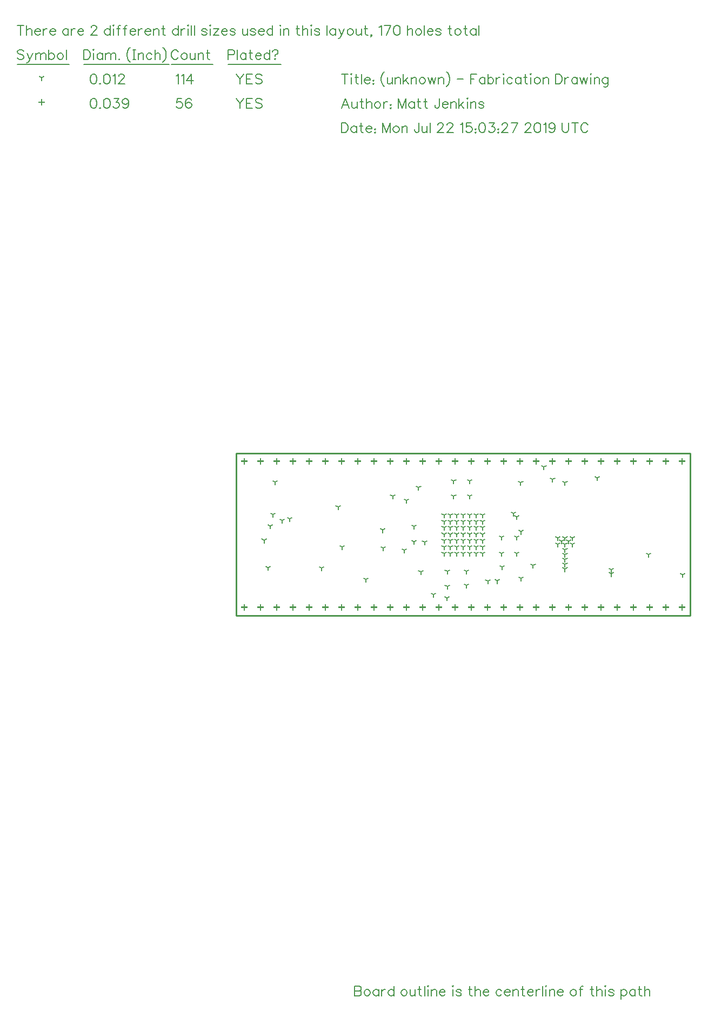
<source format=gbr>
G04 start of page 12 for group -3984 idx -3984 *
G04 Title: (unknown), fab *
G04 Creator: pcb 1.99z *
G04 CreationDate: Mon Jul 22 15:03:27 2019 UTC *
G04 For: matt *
G04 Format: Gerber/RS-274X *
G04 PCB-Dimensions (mm): 152.40 127.00 *
G04 PCB-Coordinate-Origin: lower left *
%MOMM*%
%FSLAX43Y43*%
%LNFAB*%
%ADD50C,0.254*%
%ADD49C,0.152*%
%ADD48R,0.203X0.203*%
G54D48*X53340Y81686D02*Y80874D01*
X52934Y81280D02*X53746D01*
X50800Y81686D02*Y80874D01*
X50394Y81280D02*X51206D01*
X48260Y81686D02*Y80874D01*
X47854Y81280D02*X48666D01*
X45720Y81686D02*Y80874D01*
X45314Y81280D02*X46126D01*
X43180Y81686D02*Y80874D01*
X42774Y81280D02*X43586D01*
X40640Y81686D02*Y80874D01*
X40234Y81280D02*X41046D01*
X38100Y81686D02*Y80874D01*
X37694Y81280D02*X38506D01*
X35560Y81686D02*Y80874D01*
X35154Y81280D02*X35966D01*
X78740Y81686D02*Y80874D01*
X78334Y81280D02*X79146D01*
X76200Y81686D02*Y80874D01*
X75794Y81280D02*X76606D01*
X73660Y81686D02*Y80874D01*
X73254Y81280D02*X74066D01*
X71120Y81686D02*Y80874D01*
X70714Y81280D02*X71526D01*
X68580Y81686D02*Y80874D01*
X68174Y81280D02*X68986D01*
X66040Y81686D02*Y80874D01*
X65634Y81280D02*X66446D01*
X63500Y81686D02*Y80874D01*
X63094Y81280D02*X63906D01*
X60960Y81686D02*Y80874D01*
X60554Y81280D02*X61366D01*
X58420Y81686D02*Y80874D01*
X58014Y81280D02*X58826D01*
X55880Y81686D02*Y80874D01*
X55474Y81280D02*X56286D01*
X104140Y81686D02*Y80874D01*
X103734Y81280D02*X104546D01*
X101600Y81686D02*Y80874D01*
X101194Y81280D02*X102006D01*
X99060Y81686D02*Y80874D01*
X98654Y81280D02*X99466D01*
X96520Y81686D02*Y80874D01*
X96114Y81280D02*X96926D01*
X93980Y81686D02*Y80874D01*
X93574Y81280D02*X94386D01*
X91440Y81686D02*Y80874D01*
X91034Y81280D02*X91846D01*
X88900Y81686D02*Y80874D01*
X88494Y81280D02*X89306D01*
X86360Y81686D02*Y80874D01*
X85954Y81280D02*X86766D01*
X83820Y81686D02*Y80874D01*
X83414Y81280D02*X84226D01*
X81280Y81686D02*Y80874D01*
X80874Y81280D02*X81686D01*
X53340Y58826D02*Y58014D01*
X52934Y58420D02*X53746D01*
X50800Y58826D02*Y58014D01*
X50394Y58420D02*X51206D01*
X48260Y58826D02*Y58014D01*
X47854Y58420D02*X48666D01*
X45720Y58826D02*Y58014D01*
X45314Y58420D02*X46126D01*
X43180Y58826D02*Y58014D01*
X42774Y58420D02*X43586D01*
X40640Y58826D02*Y58014D01*
X40234Y58420D02*X41046D01*
X38100Y58826D02*Y58014D01*
X37694Y58420D02*X38506D01*
X35560Y58826D02*Y58014D01*
X35154Y58420D02*X35966D01*
X78740Y58826D02*Y58014D01*
X78334Y58420D02*X79146D01*
X76200Y58826D02*Y58014D01*
X75794Y58420D02*X76606D01*
X73660Y58826D02*Y58014D01*
X73254Y58420D02*X74066D01*
X71120Y58826D02*Y58014D01*
X70714Y58420D02*X71526D01*
X68580Y58826D02*Y58014D01*
X68174Y58420D02*X68986D01*
X66040Y58826D02*Y58014D01*
X65634Y58420D02*X66446D01*
X63500Y58826D02*Y58014D01*
X63094Y58420D02*X63906D01*
X60960Y58826D02*Y58014D01*
X60554Y58420D02*X61366D01*
X58420Y58826D02*Y58014D01*
X58014Y58420D02*X58826D01*
X55880Y58826D02*Y58014D01*
X55474Y58420D02*X56286D01*
X104140Y58826D02*Y58014D01*
X103734Y58420D02*X104546D01*
X101600Y58826D02*Y58014D01*
X101194Y58420D02*X102006D01*
X99060Y58826D02*Y58014D01*
X98654Y58420D02*X99466D01*
X96520Y58826D02*Y58014D01*
X96114Y58420D02*X96926D01*
X93980Y58826D02*Y58014D01*
X93574Y58420D02*X94386D01*
X91440Y58826D02*Y58014D01*
X91034Y58420D02*X91846D01*
X88900Y58826D02*Y58014D01*
X88494Y58420D02*X89306D01*
X86360Y58826D02*Y58014D01*
X85954Y58420D02*X86766D01*
X83820Y58826D02*Y58014D01*
X83414Y58420D02*X84226D01*
X81280Y58826D02*Y58014D01*
X80874Y58420D02*X81686D01*
X3810Y137884D02*Y137071D01*
X3404Y137478D02*X4216D01*
G54D49*X34290Y138049D02*X34870Y137323D01*
Y136525D01*
X35451Y138049D02*X34870Y137323D01*
X35909Y138049D02*Y136525D01*
Y138049D02*X36852D01*
X35909Y137323D02*X36489D01*
X35909Y136525D02*X36852D01*
X38325Y137831D02*X38180Y137976D01*
X37962Y138049D01*
X37672D02*X37962D01*
X37672D02*X37454Y137976D01*
X37309Y137831D01*
Y137686D01*
X37381Y137541D01*
X37454Y137468D01*
X37599Y137396D01*
X38035Y137251D01*
X38180Y137178D01*
X38252Y137106D01*
X38325Y136960D01*
Y136742D01*
X38180Y136598D01*
X37962Y136525D01*
X37672D02*X37962D01*
X37672D02*X37454Y136598D01*
X37309Y136742D01*
X25037Y138049D02*X25763D01*
X25037D02*X24964Y137396D01*
X25037Y137468D01*
X25255Y137541D01*
X25473D01*
X25690Y137468D01*
X25835Y137324D01*
X25908Y137106D01*
Y136961D01*
X25835Y136743D01*
X25690Y136598D01*
X25473Y136525D01*
X25255D02*X25473D01*
X25255D02*X25037Y136598D01*
X24964Y136670D01*
X24892Y136815D01*
X27236Y137832D02*X27163Y137977D01*
X26946Y138049D01*
X26801D02*X26946D01*
X26801D02*X26583Y137977D01*
X26438Y137759D01*
X26365Y137396D01*
Y137033D01*
X26438Y136743D01*
X26583Y136598D01*
X26801Y136525D01*
X26873D01*
X27091Y136598D01*
X27236Y136743D01*
X27308Y136961D01*
Y137033D02*Y136961D01*
Y137033D02*X27236Y137251D01*
X27091Y137396D01*
X26873Y137468D01*
X26801D02*X26873D01*
X26801D02*X26583Y137396D01*
X26438Y137251D01*
X26365Y137033D01*
X11865Y138049D02*X11648Y137977D01*
X11502Y137759D01*
X11430Y137396D01*
Y137178D01*
X11502Y136815D01*
X11648Y136598D01*
X11865Y136525D01*
X12011D01*
X12228Y136598D01*
X12373Y136815D01*
X12446Y137178D01*
Y137396D02*Y137178D01*
Y137396D02*X12373Y137759D01*
X12228Y137977D01*
X12011Y138049D01*
X11865D02*X12011D01*
X12976Y136639D02*X12903Y136567D01*
X12976Y136495D01*
X13048Y136567D01*
X12976Y136639D01*
X13941Y138049D02*X13723Y137977D01*
X13578Y137759D01*
X13505Y137396D01*
Y137178D01*
X13578Y136815D01*
X13723Y136598D01*
X13941Y136525D01*
X14086D01*
X14303Y136598D01*
X14449Y136815D01*
X14521Y137178D01*
Y137396D02*Y137178D01*
Y137396D02*X14449Y137759D01*
X14303Y137977D01*
X14086Y138049D01*
X13941D02*X14086D01*
X15123D02*X15922D01*
X15486Y137468D01*
X15704D01*
X15849Y137396D01*
X15922Y137324D01*
X15994Y137106D01*
Y136961D01*
X15922Y136743D01*
X15777Y136598D01*
X15559Y136525D01*
X15341D02*X15559D01*
X15341D02*X15123Y136598D01*
X15051Y136670D01*
X14979Y136815D01*
X17395Y137541D02*X17322Y137324D01*
X17177Y137178D01*
X16959Y137106D01*
X16887D02*X16959D01*
X16887D02*X16669Y137178D01*
X16524Y137324D01*
X16452Y137541D01*
Y137614D02*Y137541D01*
Y137614D02*X16524Y137832D01*
X16669Y137977D01*
X16887Y138049D01*
X16959D01*
X17177Y137977D01*
X17322Y137832D01*
X17395Y137541D01*
Y137178D01*
X17322Y136815D01*
X17177Y136598D01*
X16959Y136525D01*
X16814D02*X16959D01*
X16814D02*X16596Y136598D01*
X16524Y136743D01*
X69850Y69850D02*Y69444D01*
Y69850D02*X70202Y70053D01*
X69850Y69850D02*X69498Y70053D01*
X68850Y69850D02*Y69444D01*
Y69850D02*X69202Y70053D01*
X68850Y69850D02*X68498Y70053D01*
X67850Y69850D02*Y69444D01*
Y69850D02*X68202Y70053D01*
X67850Y69850D02*X67498Y70053D01*
X66850Y69850D02*Y69444D01*
Y69850D02*X67202Y70053D01*
X66850Y69850D02*X66498Y70053D01*
X70850Y69850D02*Y69444D01*
Y69850D02*X71202Y70053D01*
X70850Y69850D02*X70498Y70053D01*
X71850Y69850D02*Y69444D01*
Y69850D02*X72202Y70053D01*
X71850Y69850D02*X71498Y70053D01*
X72850Y69850D02*Y69444D01*
Y69850D02*X73202Y70053D01*
X72850Y69850D02*X72498Y70053D01*
X69850Y68850D02*Y68444D01*
Y68850D02*X70202Y69053D01*
X69850Y68850D02*X69498Y69053D01*
X68850Y68850D02*Y68444D01*
Y68850D02*X69202Y69053D01*
X68850Y68850D02*X68498Y69053D01*
X67850Y68850D02*Y68444D01*
Y68850D02*X68202Y69053D01*
X67850Y68850D02*X67498Y69053D01*
X66850Y68850D02*Y68444D01*
Y68850D02*X67202Y69053D01*
X66850Y68850D02*X66498Y69053D01*
X70850Y68850D02*Y68444D01*
Y68850D02*X71202Y69053D01*
X70850Y68850D02*X70498Y69053D01*
X71850Y68850D02*Y68444D01*
Y68850D02*X72202Y69053D01*
X71850Y68850D02*X71498Y69053D01*
X72850Y68850D02*Y68444D01*
Y68850D02*X73202Y69053D01*
X72850Y68850D02*X72498Y69053D01*
X69850Y67850D02*Y67444D01*
Y67850D02*X70202Y68053D01*
X69850Y67850D02*X69498Y68053D01*
X68850Y67850D02*Y67444D01*
Y67850D02*X69202Y68053D01*
X68850Y67850D02*X68498Y68053D01*
X67850Y67850D02*Y67444D01*
Y67850D02*X68202Y68053D01*
X67850Y67850D02*X67498Y68053D01*
X66850Y67850D02*Y67444D01*
Y67850D02*X67202Y68053D01*
X66850Y67850D02*X66498Y68053D01*
X70850Y67850D02*Y67444D01*
Y67850D02*X71202Y68053D01*
X70850Y67850D02*X70498Y68053D01*
X71850Y67850D02*Y67444D01*
Y67850D02*X72202Y68053D01*
X71850Y67850D02*X71498Y68053D01*
X72850Y67850D02*Y67444D01*
Y67850D02*X73202Y68053D01*
X72850Y67850D02*X72498Y68053D01*
X69850Y66850D02*Y66444D01*
Y66850D02*X70202Y67053D01*
X69850Y66850D02*X69498Y67053D01*
X68850Y66850D02*Y66444D01*
Y66850D02*X69202Y67053D01*
X68850Y66850D02*X68498Y67053D01*
X67850Y66850D02*Y66444D01*
Y66850D02*X68202Y67053D01*
X67850Y66850D02*X67498Y67053D01*
X66850Y66850D02*Y66444D01*
Y66850D02*X67202Y67053D01*
X66850Y66850D02*X66498Y67053D01*
X70850Y66850D02*Y66444D01*
Y66850D02*X71202Y67053D01*
X70850Y66850D02*X70498Y67053D01*
X71850Y66850D02*Y66444D01*
Y66850D02*X72202Y67053D01*
X71850Y66850D02*X71498Y67053D01*
X72850Y66850D02*Y66444D01*
Y66850D02*X73202Y67053D01*
X72850Y66850D02*X72498Y67053D01*
X69850Y70900D02*Y70494D01*
Y70900D02*X70202Y71103D01*
X69850Y70900D02*X69498Y71103D01*
X68850Y70900D02*Y70494D01*
Y70900D02*X69202Y71103D01*
X68850Y70900D02*X68498Y71103D01*
X67850Y70900D02*Y70494D01*
Y70900D02*X68202Y71103D01*
X67850Y70900D02*X67498Y71103D01*
X66850Y70900D02*Y70494D01*
Y70900D02*X67202Y71103D01*
X66850Y70900D02*X66498Y71103D01*
X70850Y70900D02*Y70494D01*
Y70900D02*X71202Y71103D01*
X70850Y70900D02*X70498Y71103D01*
X71850Y70900D02*Y70494D01*
Y70900D02*X72202Y71103D01*
X71850Y70900D02*X71498Y71103D01*
X72850Y70900D02*Y70494D01*
Y70900D02*X73202Y71103D01*
X72850Y70900D02*X72498Y71103D01*
X69850Y71850D02*Y71444D01*
Y71850D02*X70202Y72053D01*
X69850Y71850D02*X69498Y72053D01*
X68850Y71850D02*Y71444D01*
Y71850D02*X69202Y72053D01*
X68850Y71850D02*X68498Y72053D01*
X67850Y71850D02*Y71444D01*
Y71850D02*X68202Y72053D01*
X67850Y71850D02*X67498Y72053D01*
X66850Y71850D02*Y71444D01*
Y71850D02*X67202Y72053D01*
X66850Y71850D02*X66498Y72053D01*
X70850Y71850D02*Y71444D01*
Y71850D02*X71202Y72053D01*
X70850Y71850D02*X70498Y72053D01*
X71850Y71850D02*Y71444D01*
Y71850D02*X72202Y72053D01*
X71850Y71850D02*X71498Y72053D01*
X72850Y71850D02*Y71444D01*
Y71850D02*X73202Y72053D01*
X72850Y71850D02*X72498Y72053D01*
X69850Y72850D02*Y72444D01*
Y72850D02*X70202Y73053D01*
X69850Y72850D02*X69498Y73053D01*
X68850Y72850D02*Y72444D01*
Y72850D02*X69202Y73053D01*
X68850Y72850D02*X68498Y73053D01*
X67850Y72850D02*Y72444D01*
Y72850D02*X68202Y73053D01*
X67850Y72850D02*X67498Y73053D01*
X66850Y72850D02*Y72444D01*
Y72850D02*X67202Y73053D01*
X66850Y72850D02*X66498Y73053D01*
X70850Y72850D02*Y72444D01*
Y72850D02*X71202Y73053D01*
X70850Y72850D02*X70498Y73053D01*
X71850Y72850D02*Y72444D01*
Y72850D02*X72202Y73053D01*
X71850Y72850D02*X71498Y73053D01*
X72850Y72850D02*Y72444D01*
Y72850D02*X73202Y73053D01*
X72850Y72850D02*X72498Y73053D01*
X70850Y78200D02*Y77794D01*
Y78200D02*X71202Y78403D01*
X70850Y78200D02*X70498Y78403D01*
X70850Y75800D02*Y75394D01*
Y75800D02*X71202Y76003D01*
X70850Y75800D02*X70498Y76003D01*
X68350Y75800D02*Y75394D01*
Y75800D02*X68702Y76003D01*
X68350Y75800D02*X67998Y76003D01*
X68350Y78200D02*Y77794D01*
Y78200D02*X68702Y78403D01*
X68350Y78200D02*X67998Y78403D01*
X63800Y68600D02*Y68194D01*
Y68600D02*X64152Y68803D01*
X63800Y68600D02*X63448Y68803D01*
X67350Y64050D02*Y63644D01*
Y64050D02*X67702Y64253D01*
X67350Y64050D02*X66998Y64253D01*
X70350Y64050D02*Y63644D01*
Y64050D02*X70702Y64253D01*
X70350Y64050D02*X69998Y64253D01*
X75850Y66850D02*Y66444D01*
Y66850D02*X76202Y67053D01*
X75850Y66850D02*X75498Y67053D01*
X78250Y66850D02*Y66444D01*
Y66850D02*X78602Y67053D01*
X78250Y66850D02*X77898Y67053D01*
X75850Y69350D02*Y68944D01*
Y69350D02*X76202Y69553D01*
X75850Y69350D02*X75498Y69553D01*
X78250Y69350D02*Y68944D01*
Y69350D02*X78602Y69553D01*
X78250Y69350D02*X77898Y69553D01*
X67300Y59850D02*Y59444D01*
Y59850D02*X67652Y60053D01*
X67300Y59850D02*X66948Y60053D01*
X67350Y61650D02*Y61244D01*
Y61650D02*X67702Y61853D01*
X67350Y61650D02*X66998Y61853D01*
X70350Y61850D02*Y61444D01*
Y61850D02*X70702Y62053D01*
X70350Y61850D02*X69998Y62053D01*
X75200Y62550D02*Y62144D01*
Y62550D02*X75552Y62753D01*
X75200Y62550D02*X74848Y62753D01*
X78900Y62950D02*Y62544D01*
Y62950D02*X79252Y63153D01*
X78900Y62950D02*X78548Y63153D01*
X80800Y64950D02*Y64544D01*
Y64950D02*X81152Y65153D01*
X80800Y64950D02*X80448Y65153D01*
X78850Y77900D02*Y77494D01*
Y77900D02*X79202Y78103D01*
X78850Y77900D02*X78498Y78103D01*
X90850Y78650D02*Y78244D01*
Y78650D02*X91202Y78853D01*
X90850Y78650D02*X90498Y78853D01*
X85800Y77900D02*Y77494D01*
Y77900D02*X86152Y78103D01*
X85800Y77900D02*X85448Y78103D01*
X98900Y66650D02*Y66244D01*
Y66650D02*X99252Y66853D01*
X98900Y66650D02*X98548Y66853D01*
X104200Y63500D02*Y63094D01*
Y63500D02*X104552Y63703D01*
X104200Y63500D02*X103848Y63703D01*
X50850Y67850D02*Y67444D01*
Y67850D02*X51202Y68053D01*
X50850Y67850D02*X50498Y68053D01*
X40350Y78000D02*Y77594D01*
Y78000D02*X40702Y78203D01*
X40350Y78000D02*X39998Y78203D01*
X63200Y63950D02*Y63544D01*
Y63950D02*X63552Y64153D01*
X63200Y63950D02*X62848Y64153D01*
X65200Y60400D02*Y59994D01*
Y60400D02*X65552Y60603D01*
X65200Y60400D02*X64848Y60603D01*
X73700Y62500D02*Y62094D01*
Y62500D02*X74052Y62703D01*
X73700Y62500D02*X73348Y62703D01*
X60600Y67350D02*Y66944D01*
Y67350D02*X60952Y67553D01*
X60600Y67350D02*X60248Y67553D01*
X57200Y70500D02*Y70094D01*
Y70500D02*X57552Y70703D01*
X57200Y70500D02*X56848Y70703D01*
X41500Y72000D02*Y71594D01*
Y72000D02*X41852Y72203D01*
X41500Y72000D02*X41148Y72203D01*
X42650Y72250D02*Y71844D01*
Y72250D02*X43002Y72453D01*
X42650Y72250D02*X42298Y72453D01*
X40050Y72950D02*Y72544D01*
Y72950D02*X40402Y73153D01*
X40050Y72950D02*X39698Y73153D01*
X38650Y68900D02*Y68494D01*
Y68900D02*X39002Y69103D01*
X38650Y68900D02*X38298Y69103D01*
X39620Y71120D02*Y70714D01*
Y71120D02*X39972Y71323D01*
X39620Y71120D02*X39268Y71323D01*
X77700Y73100D02*Y72694D01*
Y73100D02*X78052Y73303D01*
X77700Y73100D02*X77348Y73303D01*
X78250Y72550D02*Y72144D01*
Y72550D02*X78602Y72753D01*
X78250Y72550D02*X77898Y72753D01*
X62150Y71050D02*Y70644D01*
Y71050D02*X62502Y71253D01*
X62150Y71050D02*X61798Y71253D01*
X62150Y68650D02*Y68244D01*
Y68650D02*X62502Y68853D01*
X62150Y68650D02*X61798Y68853D01*
X78900Y70250D02*Y69844D01*
Y70250D02*X79252Y70453D01*
X78900Y70250D02*X78548Y70453D01*
X75950Y64700D02*Y64294D01*
Y64700D02*X76302Y64903D01*
X75950Y64700D02*X75598Y64903D01*
X82500Y80400D02*Y79994D01*
Y80400D02*X82852Y80603D01*
X82500Y80400D02*X82148Y80603D01*
X83850Y78450D02*Y78044D01*
Y78450D02*X84202Y78653D01*
X83850Y78450D02*X83498Y78653D01*
X62850Y77150D02*Y76744D01*
Y77150D02*X63202Y77353D01*
X62850Y77150D02*X62498Y77353D01*
X58800Y75800D02*Y75394D01*
Y75800D02*X59152Y76003D01*
X58800Y75800D02*X58448Y76003D01*
X93050Y64300D02*Y63894D01*
Y64300D02*X93402Y64503D01*
X93050Y64300D02*X92698Y64503D01*
X93050Y63650D02*Y63244D01*
Y63650D02*X93402Y63853D01*
X93050Y63650D02*X92698Y63853D01*
X85800Y64400D02*Y63994D01*
Y64400D02*X86152Y64603D01*
X85800Y64400D02*X85448Y64603D01*
X85800Y65150D02*Y64744D01*
Y65150D02*X86152Y65353D01*
X85800Y65150D02*X85448Y65353D01*
X85800Y65900D02*Y65494D01*
Y65900D02*X86152Y66103D01*
X85800Y65900D02*X85448Y66103D01*
X85800Y66650D02*Y66244D01*
Y66650D02*X86152Y66853D01*
X85800Y66650D02*X85448Y66853D01*
X85800Y67400D02*Y66994D01*
Y67400D02*X86152Y67603D01*
X85800Y67400D02*X85448Y67603D01*
X84650Y68250D02*Y67844D01*
Y68250D02*X85002Y68453D01*
X84650Y68250D02*X84298Y68453D01*
X84650Y69250D02*Y68844D01*
Y69250D02*X85002Y69453D01*
X84650Y69250D02*X84298Y69453D01*
X85250Y68750D02*Y68344D01*
Y68750D02*X85602Y68953D01*
X85250Y68750D02*X84898Y68953D01*
X86950Y69250D02*Y68844D01*
Y69250D02*X87302Y69453D01*
X86950Y69250D02*X86598Y69453D01*
X86950Y68250D02*Y67844D01*
Y68250D02*X87302Y68453D01*
X86950Y68250D02*X86598Y68453D01*
X86350Y68750D02*Y68344D01*
Y68750D02*X86702Y68953D01*
X86350Y68750D02*X85998Y68953D01*
X85800Y69250D02*Y68844D01*
Y69250D02*X86152Y69453D01*
X85800Y69250D02*X85448Y69453D01*
X85800Y68250D02*Y67844D01*
Y68250D02*X86152Y68453D01*
X85800Y68250D02*X85448Y68453D01*
X50250Y74100D02*Y73694D01*
Y74100D02*X50602Y74303D01*
X50250Y74100D02*X49898Y74303D01*
X54600Y62750D02*Y62344D01*
Y62750D02*X54952Y62953D01*
X54600Y62750D02*X54248Y62953D01*
X47650Y64550D02*Y64144D01*
Y64550D02*X48002Y64753D01*
X47650Y64550D02*X47298Y64753D01*
X39300Y64600D02*Y64194D01*
Y64600D02*X39652Y64803D01*
X39300Y64600D02*X38948Y64803D01*
X57300Y67700D02*Y67294D01*
Y67700D02*X57652Y67903D01*
X57300Y67700D02*X56948Y67903D01*
X60950Y75150D02*Y74744D01*
Y75150D02*X61302Y75353D01*
X60950Y75150D02*X60598Y75353D01*
X3810Y141288D02*Y140881D01*
Y141288D02*X4162Y141491D01*
X3810Y141288D02*X3458Y141491D01*
X34290Y141859D02*X34870Y141133D01*
Y140335D01*
X35451Y141859D02*X34870Y141133D01*
X35909Y141859D02*Y140335D01*
Y141859D02*X36852D01*
X35909Y141133D02*X36489D01*
X35909Y140335D02*X36852D01*
X38325Y141641D02*X38180Y141786D01*
X37962Y141859D01*
X37672D02*X37962D01*
X37672D02*X37454Y141786D01*
X37309Y141641D01*
Y141496D01*
X37381Y141351D01*
X37454Y141278D01*
X37599Y141206D01*
X38035Y141061D01*
X38180Y140988D01*
X38252Y140916D01*
X38325Y140770D01*
Y140552D01*
X38180Y140408D01*
X37962Y140335D01*
X37672D02*X37962D01*
X37672D02*X37454Y140408D01*
X37309Y140552D01*
X24892Y141569D02*X25037Y141642D01*
X25255Y141859D01*
Y140335D01*
X25712Y141569D02*X25857Y141642D01*
X26075Y141859D01*
Y140335D01*
X27257Y141859D02*X26532Y140843D01*
X27620D01*
X27257Y141859D02*Y140335D01*
X11865Y141859D02*X11648Y141787D01*
X11502Y141569D01*
X11430Y141206D01*
Y140988D01*
X11502Y140625D01*
X11648Y140408D01*
X11865Y140335D01*
X12011D01*
X12228Y140408D01*
X12373Y140625D01*
X12446Y140988D01*
Y141206D02*Y140988D01*
Y141206D02*X12373Y141569D01*
X12228Y141787D01*
X12011Y141859D01*
X11865D02*X12011D01*
X12976Y140449D02*X12903Y140377D01*
X12976Y140305D01*
X13048Y140377D01*
X12976Y140449D01*
X13941Y141859D02*X13723Y141787D01*
X13578Y141569D01*
X13505Y141206D01*
Y140988D01*
X13578Y140625D01*
X13723Y140408D01*
X13941Y140335D01*
X14086D01*
X14303Y140408D01*
X14449Y140625D01*
X14521Y140988D01*
Y141206D02*Y140988D01*
Y141206D02*X14449Y141569D01*
X14303Y141787D01*
X14086Y141859D01*
X13941D02*X14086D01*
X14979Y141569D02*X15123Y141642D01*
X15341Y141859D01*
Y140335D01*
X15871Y141569D02*Y141496D01*
Y141569D02*X15944Y141714D01*
X16016Y141787D01*
X16161Y141859D01*
X16451D01*
X16597Y141787D01*
X16669Y141714D01*
X16742Y141569D01*
Y141424D01*
X16669Y141278D01*
X16524Y141061D01*
X15798Y140335D01*
X16814D01*
X1016Y145451D02*X871Y145596D01*
X653Y145669D01*
X363D02*X653D01*
X363D02*X145Y145596D01*
X0Y145451D01*
Y145306D01*
X72Y145161D01*
X145Y145088D01*
X290Y145016D01*
X726Y144871D01*
X871Y144798D01*
X943Y144726D01*
X1016Y144580D01*
Y144362D01*
X871Y144218D01*
X653Y144145D01*
X363D02*X653D01*
X363D02*X145Y144218D01*
X0Y144362D01*
X1545Y145161D02*X1981Y144145D01*
X2416Y145161D02*X1981Y144145D01*
X1836Y143856D01*
X1691Y143710D01*
X1545Y143637D01*
X1473D02*X1545D01*
X2874Y145161D02*Y144145D01*
Y144871D02*X3091Y145089D01*
X3236Y145161D01*
X3454D01*
X3599Y145089D01*
X3671Y144871D01*
Y144145D01*
Y144871D02*X3889Y145089D01*
X4034Y145161D01*
X4252D01*
X4397Y145089D01*
X4470Y144871D01*
Y144145D01*
X4927Y145669D02*Y144145D01*
Y144944D02*X5072Y145089D01*
X5217Y145161D01*
X5435D01*
X5579Y145089D01*
X5725Y144944D01*
X5798Y144726D01*
Y144581D01*
X5725Y144363D01*
X5579Y144218D01*
X5435Y144145D01*
X5217D02*X5435D01*
X5217D02*X5072Y144218D01*
X4927Y144363D01*
X6618Y145161D02*X6472Y145089D01*
X6327Y144944D01*
X6255Y144726D01*
Y144581D01*
X6327Y144363D01*
X6472Y144218D01*
X6618Y144145D01*
X6835D01*
X6980Y144218D01*
X7125Y144363D01*
X7198Y144581D01*
Y144726D02*Y144581D01*
Y144726D02*X7125Y144944D01*
X6980Y145089D01*
X6835Y145161D01*
X6618D02*X6835D01*
X7655Y145669D02*Y144145D01*
X0Y143383D02*X8112D01*
X10414Y145669D02*Y144145D01*
Y145669D02*X10922D01*
X11140Y145596D01*
X11285Y145451D01*
X11357Y145306D01*
X11430Y145088D01*
Y144725D01*
X11357Y144508D01*
X11285Y144362D01*
X11140Y144218D01*
X10922Y144145D01*
X10414D02*X10922D01*
X11959Y145165D02*Y144149D01*
X11887Y145673D02*X11959Y145600D01*
X12032Y145673D01*
X11959Y145745D01*
X11887Y145673D01*
X13360Y145161D02*Y144145D01*
Y144944D02*X13215Y145089D01*
X13070Y145161D01*
X12852D02*X13070D01*
X12852D02*X12707Y145089D01*
X12562Y144944D01*
X12489Y144726D01*
Y144581D01*
X12562Y144363D01*
X12707Y144218D01*
X12852Y144145D01*
X13070D01*
X13215Y144218D01*
X13360Y144363D01*
X13818Y145161D02*Y144145D01*
Y144871D02*X14035Y145089D01*
X14180Y145161D01*
X14398D01*
X14543Y145089D01*
X14615Y144871D01*
Y144145D01*
Y144871D02*X14833Y145089D01*
X14978Y145161D01*
X15196D01*
X15341Y145089D01*
X15414Y144871D01*
Y144145D01*
X15943Y144259D02*X15871Y144187D01*
X15943Y144115D01*
X16015Y144187D01*
X15943Y144259D01*
X17666Y146050D02*X17521Y145905D01*
X17376Y145687D01*
X17230Y145397D01*
X17158Y145034D01*
Y144744D01*
X17230Y144381D01*
X17376Y144091D01*
X17521Y143873D01*
X17666Y143728D01*
X18124Y145669D02*X18505D01*
X18314D02*Y144145D01*
X18124D02*X18505D01*
X18962Y145161D02*Y144145D01*
Y144871D02*X19180Y145089D01*
X19324Y145161D01*
X19542D01*
X19687Y145089D01*
X19760Y144871D01*
Y144145D01*
X21088Y144944D02*X20943Y145089D01*
X20798Y145161D01*
X20580D02*X20798D01*
X20580D02*X20435Y145089D01*
X20290Y144944D01*
X20217Y144726D01*
Y144581D01*
X20290Y144363D01*
X20435Y144218D01*
X20580Y144145D01*
X20798D01*
X20943Y144218D01*
X21088Y144363D01*
X21545Y145669D02*Y144145D01*
Y144871D02*X21762Y145089D01*
X21908Y145161D01*
X22125D01*
X22271Y145089D01*
X22343Y144871D01*
Y144145D01*
X22801Y146050D02*X22945Y145905D01*
X23091Y145687D01*
X23236Y145397D01*
X23308Y145034D01*
Y144744D01*
X23236Y144381D01*
X23091Y144091D01*
X22945Y143873D01*
X22801Y143728D01*
X10414Y143383D02*X23765D01*
X25219Y145306D02*X25146Y145451D01*
X25001Y145596D01*
X24856Y145669D01*
X24565D02*X24856D01*
X24565D02*X24420Y145596D01*
X24275Y145451D01*
X24202Y145306D01*
X24130Y145088D01*
Y144725D01*
X24202Y144508D01*
X24275Y144362D01*
X24420Y144218D01*
X24565Y144145D01*
X24856D01*
X25001Y144218D01*
X25146Y144362D01*
X25219Y144508D01*
X26038Y145161D02*X25893Y145089D01*
X25748Y144944D01*
X25676Y144726D01*
Y144581D01*
X25748Y144363D01*
X25893Y144218D01*
X26038Y144145D01*
X26256D01*
X26401Y144218D01*
X26546Y144363D01*
X26619Y144581D01*
Y144726D02*Y144581D01*
Y144726D02*X26546Y144944D01*
X26401Y145089D01*
X26256Y145161D01*
X26038D02*X26256D01*
X27076D02*Y144436D01*
X27148Y144218D01*
X27294Y144145D01*
X27511D01*
X27657Y144218D01*
X27874Y144436D01*
Y145161D02*Y144145D01*
X28331Y145161D02*Y144145D01*
Y144871D02*X28549Y145089D01*
X28694Y145161D01*
X28912D01*
X29057Y145089D01*
X29130Y144871D01*
Y144145D01*
X29805Y145669D02*Y144435D01*
X29877Y144218D01*
X30022Y144145D01*
X30167D01*
X29587Y145161D02*X30095D01*
X24130Y143383D02*X30625D01*
X33020Y145669D02*Y144145D01*
Y145669D02*X33673D01*
X33891Y145596D01*
X33963Y145524D01*
X34036Y145379D01*
Y145161D01*
X33963Y145016D01*
X33891Y144943D01*
X33673Y144871D01*
X33020D02*X33673D01*
X34493Y145669D02*Y144145D01*
X35821Y145161D02*Y144145D01*
Y144944D02*X35676Y145089D01*
X35531Y145161D01*
X35313D02*X35531D01*
X35313D02*X35168Y145089D01*
X35023Y144944D01*
X34950Y144726D01*
Y144581D01*
X35023Y144363D01*
X35168Y144218D01*
X35313Y144145D01*
X35531D01*
X35676Y144218D01*
X35821Y144363D01*
X36496Y145669D02*Y144435D01*
X36568Y144218D01*
X36714Y144145D01*
X36859D01*
X36278Y145161D02*X36786D01*
X37316Y144726D02*X38186D01*
Y144871D02*Y144726D01*
Y144871D02*X38114Y145016D01*
X38042Y145089D01*
X37896Y145161D01*
X37679D02*X37896D01*
X37679D02*X37533Y145089D01*
X37388Y144944D01*
X37316Y144726D01*
Y144581D01*
X37388Y144363D01*
X37533Y144218D01*
X37679Y144145D01*
X37896D01*
X38042Y144218D01*
X38186Y144363D01*
X39514Y145669D02*Y144145D01*
Y144944D02*X39369Y145089D01*
X39224Y145161D01*
X39006D02*X39224D01*
X39006D02*X38861Y145089D01*
X38716Y144944D01*
X38644Y144726D01*
Y144581D01*
X38716Y144363D01*
X38861Y144218D01*
X39006Y144145D01*
X39224D01*
X39369Y144218D01*
X39514Y144363D01*
X39971Y145379D02*Y145306D01*
Y145379D02*X40044Y145524D01*
X40116Y145596D01*
X40261Y145669D01*
X40551D01*
X40697Y145596D01*
X40769Y145524D01*
X40841Y145379D01*
Y145234D01*
X40769Y145089D01*
X40697Y145016D01*
X40406Y144871D01*
Y144653D01*
Y144290D02*X40334Y144218D01*
X40406Y144145D01*
X40478Y144218D01*
X40406Y144290D01*
X33020Y143383D02*X41299D01*
X508Y149479D02*Y147955D01*
X0Y149479D02*X1016D01*
X1473D02*Y147955D01*
Y148681D02*X1690Y148899D01*
X1836Y148971D01*
X2053D01*
X2198Y148899D01*
X2271Y148681D01*
Y147955D01*
X2728Y148536D02*X3599D01*
Y148681D02*Y148536D01*
Y148681D02*X3526Y148826D01*
X3454Y148899D01*
X3309Y148971D01*
X3091D02*X3309D01*
X3091D02*X2946Y148899D01*
X2800Y148754D01*
X2728Y148536D01*
Y148391D01*
X2800Y148173D01*
X2946Y148028D01*
X3091Y147955D01*
X3309D01*
X3454Y148028D01*
X3599Y148173D01*
X4056Y148971D02*Y147955D01*
Y148536D02*X4128Y148754D01*
X4274Y148899D01*
X4418Y148971D01*
X4636D01*
X5094Y148536D02*X5964D01*
Y148681D02*Y148536D01*
Y148681D02*X5891Y148826D01*
X5819Y148899D01*
X5674Y148971D01*
X5456D02*X5674D01*
X5456D02*X5311Y148899D01*
X5166Y148754D01*
X5094Y148536D01*
Y148391D01*
X5166Y148173D01*
X5311Y148028D01*
X5456Y147955D01*
X5674D01*
X5819Y148028D01*
X5964Y148173D01*
X7978Y148971D02*Y147955D01*
Y148754D02*X7832Y148899D01*
X7687Y148971D01*
X7469D02*X7687D01*
X7469D02*X7325Y148899D01*
X7179Y148754D01*
X7107Y148536D01*
Y148391D01*
X7179Y148173D01*
X7325Y148028D01*
X7469Y147955D01*
X7687D01*
X7832Y148028D01*
X7978Y148173D01*
X8435Y148971D02*Y147955D01*
Y148536D02*X8507Y148754D01*
X8653Y148899D01*
X8798Y148971D01*
X9015D01*
X9473Y148536D02*X10343D01*
Y148681D02*Y148536D01*
Y148681D02*X10271Y148826D01*
X10198Y148899D01*
X10053Y148971D01*
X9835D02*X10053D01*
X9835D02*X9690Y148899D01*
X9545Y148754D01*
X9473Y148536D01*
Y148391D01*
X9545Y148173D01*
X9690Y148028D01*
X9835Y147955D01*
X10053D01*
X10198Y148028D01*
X10343Y148173D01*
X11558Y149189D02*Y149116D01*
Y149189D02*X11631Y149334D01*
X11703Y149407D01*
X11849Y149479D01*
X12138D01*
X12284Y149407D01*
X12356Y149334D01*
X12429Y149189D01*
Y149044D01*
X12356Y148898D01*
X12211Y148681D01*
X11486Y147955D01*
X12502D01*
X14515Y149479D02*Y147955D01*
Y148754D02*X14370Y148899D01*
X14225Y148971D01*
X14007D02*X14225D01*
X14007D02*X13862Y148899D01*
X13717Y148754D01*
X13645Y148536D01*
Y148391D01*
X13717Y148173D01*
X13862Y148028D01*
X14007Y147955D01*
X14225D01*
X14370Y148028D01*
X14515Y148173D01*
X15044Y148975D02*Y147959D01*
X14972Y149483D02*X15044Y149410D01*
X15117Y149483D01*
X15044Y149555D01*
X14972Y149483D01*
X16010Y149479D02*X16155D01*
X16010D02*X15864Y149407D01*
X15792Y149189D01*
Y147955D01*
X15574Y148971D02*X16082D01*
X17047Y149479D02*X17192D01*
X17047D02*X16902Y149407D01*
X16829Y149189D01*
Y147955D01*
X16612Y148971D02*X17120D01*
X17649Y148536D02*X18519D01*
Y148681D02*Y148536D01*
Y148681D02*X18447Y148826D01*
X18375Y148899D01*
X18229Y148971D01*
X18012D02*X18229D01*
X18012D02*X17866Y148899D01*
X17721Y148754D01*
X17649Y148536D01*
Y148391D01*
X17721Y148173D01*
X17866Y148028D01*
X18012Y147955D01*
X18229D01*
X18375Y148028D01*
X18519Y148173D01*
X18977Y148971D02*Y147955D01*
Y148536D02*X19049Y148754D01*
X19194Y148899D01*
X19339Y148971D01*
X19557D01*
X20014Y148536D02*X20885D01*
Y148681D02*Y148536D01*
Y148681D02*X20812Y148826D01*
X20740Y148899D01*
X20595Y148971D01*
X20377D02*X20595D01*
X20377D02*X20232Y148899D01*
X20086Y148754D01*
X20014Y148536D01*
Y148391D01*
X20086Y148173D01*
X20232Y148028D01*
X20377Y147955D01*
X20595D01*
X20740Y148028D01*
X20885Y148173D01*
X21342Y148971D02*Y147955D01*
Y148681D02*X21560Y148899D01*
X21704Y148971D01*
X21922D01*
X22067Y148899D01*
X22140Y148681D01*
Y147955D01*
X22815Y149479D02*Y148245D01*
X22887Y148028D01*
X23033Y147955D01*
X23178D01*
X22597Y148971D02*X23105D01*
X25191Y149479D02*Y147955D01*
Y148754D02*X25046Y148899D01*
X24901Y148971D01*
X24683D02*X24901D01*
X24683D02*X24538Y148899D01*
X24393Y148754D01*
X24321Y148536D01*
Y148391D01*
X24393Y148173D01*
X24538Y148028D01*
X24683Y147955D01*
X24901D01*
X25046Y148028D01*
X25191Y148173D01*
X25648Y148971D02*Y147955D01*
Y148536D02*X25721Y148754D01*
X25866Y148899D01*
X26011Y148971D01*
X26229D01*
X26758Y148975D02*Y147959D01*
X26686Y149483D02*X26758Y149410D01*
X26831Y149483D01*
X26758Y149555D01*
X26686Y149483D01*
X27288Y149479D02*Y147955D01*
X27746Y149479D02*Y147955D01*
X29686Y148754D02*X29614Y148899D01*
X29396Y148971D01*
X29178D02*X29396D01*
X29178D02*X28961Y148899D01*
X28889Y148754D01*
X28961Y148608D01*
X29106Y148536D01*
X29469Y148463D01*
X29614Y148391D01*
X29686Y148246D01*
Y148173D01*
X29614Y148028D01*
X29396Y147955D01*
X29178D02*X29396D01*
X29178D02*X28961Y148028D01*
X28889Y148173D01*
X30216Y148975D02*Y147959D01*
X30144Y149483D02*X30216Y149410D01*
X30289Y149483D01*
X30216Y149555D01*
X30144Y149483D01*
X31544Y148971D02*X30746Y147955D01*
Y148971D02*X31544D01*
X30746Y147955D02*X31544D01*
X32001Y148536D02*X32871D01*
Y148681D02*Y148536D01*
Y148681D02*X32799Y148826D01*
X32727Y148899D01*
X32582Y148971D01*
X32364D02*X32582D01*
X32364D02*X32219Y148899D01*
X32073Y148754D01*
X32001Y148536D01*
Y148391D01*
X32073Y148173D01*
X32219Y148028D01*
X32364Y147955D01*
X32582D01*
X32727Y148028D01*
X32871Y148173D01*
X34127Y148754D02*X34054Y148899D01*
X33836Y148971D01*
X33619D02*X33836D01*
X33619D02*X33401Y148899D01*
X33329Y148754D01*
X33401Y148608D01*
X33546Y148536D01*
X33909Y148463D01*
X34054Y148391D01*
X34127Y148246D01*
Y148173D01*
X34054Y148028D01*
X33836Y147955D01*
X33619D02*X33836D01*
X33619D02*X33401Y148028D01*
X33329Y148173D01*
X35270Y148971D02*Y148246D01*
X35342Y148028D01*
X35487Y147955D01*
X35705D01*
X35850Y148028D01*
X36068Y148246D01*
Y148971D02*Y147955D01*
X37323Y148754D02*X37250Y148899D01*
X37032Y148971D01*
X36815D02*X37032D01*
X36815D02*X36597Y148899D01*
X36525Y148754D01*
X36597Y148608D01*
X36742Y148536D01*
X37105Y148463D01*
X37250Y148391D01*
X37323Y148246D01*
Y148173D01*
X37250Y148028D01*
X37032Y147955D01*
X36815D02*X37032D01*
X36815D02*X36597Y148028D01*
X36525Y148173D01*
X37780Y148536D02*X38650D01*
Y148681D02*Y148536D01*
Y148681D02*X38578Y148826D01*
X38505Y148899D01*
X38360Y148971D01*
X38143D02*X38360D01*
X38143D02*X37997Y148899D01*
X37852Y148754D01*
X37780Y148536D01*
Y148391D01*
X37852Y148173D01*
X37997Y148028D01*
X38143Y147955D01*
X38360D01*
X38505Y148028D01*
X38650Y148173D01*
X39977Y149479D02*Y147955D01*
Y148754D02*X39833Y148899D01*
X39687Y148971D01*
X39470D02*X39687D01*
X39470D02*X39324Y148899D01*
X39179Y148754D01*
X39107Y148536D01*
Y148391D01*
X39179Y148173D01*
X39324Y148028D01*
X39470Y147955D01*
X39687D01*
X39833Y148028D01*
X39977Y148173D01*
X41193Y148975D02*Y147959D01*
X41120Y149483D02*X41193Y149410D01*
X41266Y149483D01*
X41193Y149555D01*
X41120Y149483D01*
X41723Y148971D02*Y147955D01*
Y148681D02*X41941Y148899D01*
X42086Y148971D01*
X42303D01*
X42448Y148899D01*
X42521Y148681D01*
Y147955D01*
X43882Y149479D02*Y148245D01*
X43954Y148028D01*
X44099Y147955D01*
X44245D01*
X43664Y148971D02*X44172D01*
X44702Y149479D02*Y147955D01*
Y148681D02*X44919Y148899D01*
X45065Y148971D01*
X45282D01*
X45427Y148899D01*
X45500Y148681D01*
Y147955D01*
X46030Y148975D02*Y147959D01*
X45957Y149483D02*X46030Y149410D01*
X46102Y149483D01*
X46030Y149555D01*
X45957Y149483D01*
X47357Y148754D02*X47285Y148899D01*
X47067Y148971D01*
X46850D02*X47067D01*
X46850D02*X46632Y148899D01*
X46560Y148754D01*
X46632Y148608D01*
X46777Y148536D01*
X47140Y148463D01*
X47285Y148391D01*
X47357Y148246D01*
Y148173D01*
X47285Y148028D01*
X47067Y147955D01*
X46850D02*X47067D01*
X46850D02*X46632Y148028D01*
X46560Y148173D01*
X48500Y149479D02*Y147955D01*
X49829Y148971D02*Y147955D01*
Y148754D02*X49683Y148899D01*
X49538Y148971D01*
X49320D02*X49538D01*
X49320D02*X49176Y148899D01*
X49030Y148754D01*
X48958Y148536D01*
Y148391D01*
X49030Y148173D01*
X49176Y148028D01*
X49320Y147955D01*
X49538D01*
X49683Y148028D01*
X49829Y148173D01*
X50358Y148971D02*X50794Y147955D01*
X51229Y148971D02*X50794Y147955D01*
X50648Y147666D01*
X50504Y147520D01*
X50358Y147447D01*
X50286D02*X50358D01*
X52049Y148971D02*X51904Y148899D01*
X51758Y148754D01*
X51686Y148536D01*
Y148391D01*
X51758Y148173D01*
X51904Y148028D01*
X52049Y147955D01*
X52267D01*
X52412Y148028D01*
X52556Y148173D01*
X52629Y148391D01*
Y148536D02*Y148391D01*
Y148536D02*X52556Y148754D01*
X52412Y148899D01*
X52267Y148971D01*
X52049D02*X52267D01*
X53087D02*Y148246D01*
X53159Y148028D01*
X53305Y147955D01*
X53522D01*
X53667Y148028D01*
X53885Y148246D01*
Y148971D02*Y147955D01*
X54560Y149479D02*Y148245D01*
X54632Y148028D01*
X54777Y147955D01*
X54923D01*
X54342Y148971D02*X54850D01*
X55525Y147997D02*X55453Y147925D01*
X55380Y147997D01*
X55453Y148069D01*
X55525Y147997D01*
Y147852D01*
X55380Y147707D01*
X56668Y149189D02*X56813Y149262D01*
X57031Y149479D01*
Y147955D01*
X58504Y149479D02*X57778Y147955D01*
X57488Y149479D02*X58504D01*
X59396D02*X59179Y149407D01*
X59033Y149189D01*
X58961Y148826D01*
Y148608D01*
X59033Y148245D01*
X59179Y148028D01*
X59396Y147955D01*
X59542D01*
X59759Y148028D01*
X59904Y148245D01*
X59977Y148608D01*
Y148826D02*Y148608D01*
Y148826D02*X59904Y149189D01*
X59759Y149407D01*
X59542Y149479D01*
X59396D02*X59542D01*
X61120D02*Y147955D01*
Y148681D02*X61337Y148899D01*
X61483Y148971D01*
X61700D01*
X61845Y148899D01*
X61918Y148681D01*
Y147955D01*
X62738Y148971D02*X62593Y148899D01*
X62447Y148754D01*
X62375Y148536D01*
Y148391D01*
X62447Y148173D01*
X62593Y148028D01*
X62738Y147955D01*
X62956D01*
X63101Y148028D01*
X63245Y148173D01*
X63318Y148391D01*
Y148536D02*Y148391D01*
Y148536D02*X63245Y148754D01*
X63101Y148899D01*
X62956Y148971D01*
X62738D02*X62956D01*
X63776Y149479D02*Y147955D01*
X64233Y148536D02*X65103D01*
Y148681D02*Y148536D01*
Y148681D02*X65031Y148826D01*
X64958Y148899D01*
X64813Y148971D01*
X64595D02*X64813D01*
X64595D02*X64450Y148899D01*
X64305Y148754D01*
X64233Y148536D01*
Y148391D01*
X64305Y148173D01*
X64450Y148028D01*
X64595Y147955D01*
X64813D01*
X64958Y148028D01*
X65103Y148173D01*
X66358Y148754D02*X66286Y148899D01*
X66068Y148971D01*
X65850D02*X66068D01*
X65850D02*X65632Y148899D01*
X65560Y148754D01*
X65632Y148608D01*
X65777Y148536D01*
X66140Y148463D01*
X66286Y148391D01*
X66358Y148246D01*
Y148173D01*
X66286Y148028D01*
X66068Y147955D01*
X65850D02*X66068D01*
X65850D02*X65632Y148028D01*
X65560Y148173D01*
X67719Y149479D02*Y148245D01*
X67791Y148028D01*
X67936Y147955D01*
X68082D01*
X67501Y148971D02*X68009D01*
X68902D02*X68756Y148899D01*
X68611Y148754D01*
X68539Y148536D01*
Y148391D01*
X68611Y148173D01*
X68756Y148028D01*
X68902Y147955D01*
X69119D01*
X69264Y148028D01*
X69409Y148173D01*
X69482Y148391D01*
Y148536D02*Y148391D01*
Y148536D02*X69409Y148754D01*
X69264Y148899D01*
X69119Y148971D01*
X68902D02*X69119D01*
X70157Y149479D02*Y148245D01*
X70229Y148028D01*
X70375Y147955D01*
X70520D01*
X69939Y148971D02*X70447D01*
X71848D02*Y147955D01*
Y148754D02*X71702Y148899D01*
X71558Y148971D01*
X71340D02*X71558D01*
X71340D02*X71195Y148899D01*
X71049Y148754D01*
X70977Y148536D01*
Y148391D01*
X71049Y148173D01*
X71195Y148028D01*
X71340Y147955D01*
X71558D01*
X71702Y148028D01*
X71848Y148173D01*
X72305Y149479D02*Y147955D01*
G54D50*X34290Y82550D02*Y57150D01*
X105410D01*
Y82550D01*
X34290D01*
G54D49*X52863Y-889D02*Y-2413D01*
Y-889D02*X53516D01*
X53733Y-962D01*
X53806Y-1034D01*
X53878Y-1180D01*
Y-1324D01*
X53806Y-1470D01*
X53733Y-1542D01*
X53516Y-1615D01*
X52863D02*X53516D01*
X53733Y-1687D01*
X53806Y-1760D01*
X53878Y-1905D01*
Y-2123D01*
X53806Y-2268D01*
X53733Y-2340D01*
X53516Y-2413D01*
X52863D02*X53516D01*
X54698Y-1397D02*X54553Y-1469D01*
X54408Y-1614D01*
X54336Y-1832D01*
Y-1977D01*
X54408Y-2195D01*
X54553Y-2340D01*
X54698Y-2413D01*
X54916D01*
X55061Y-2340D01*
X55206Y-2195D01*
X55279Y-1977D01*
Y-1832D02*Y-1977D01*
Y-1832D02*X55206Y-1614D01*
X55061Y-1469D01*
X54916Y-1397D01*
X54698D02*X54916D01*
X56607D02*Y-2413D01*
Y-1614D02*X56461Y-1469D01*
X56317Y-1397D01*
X56099D02*X56317D01*
X56099D02*X55954Y-1469D01*
X55808Y-1614D01*
X55736Y-1832D01*
Y-1977D01*
X55808Y-2195D01*
X55954Y-2340D01*
X56099Y-2413D01*
X56317D01*
X56461Y-2340D01*
X56607Y-2195D01*
X57064Y-1397D02*Y-2413D01*
Y-1832D02*X57136Y-1614D01*
X57282Y-1469D01*
X57427Y-1397D01*
X57645D01*
X58972Y-889D02*Y-2413D01*
Y-1614D02*X58827Y-1469D01*
X58682Y-1397D01*
X58465D02*X58682D01*
X58465D02*X58319Y-1469D01*
X58174Y-1614D01*
X58102Y-1832D01*
Y-1977D01*
X58174Y-2195D01*
X58319Y-2340D01*
X58465Y-2413D01*
X58682D01*
X58827Y-2340D01*
X58972Y-2195D01*
X60478Y-1397D02*X60332Y-1469D01*
X60187Y-1614D01*
X60115Y-1832D01*
Y-1977D01*
X60187Y-2195D01*
X60332Y-2340D01*
X60478Y-2413D01*
X60695D01*
X60840Y-2340D01*
X60985Y-2195D01*
X61058Y-1977D01*
Y-1832D02*Y-1977D01*
Y-1832D02*X60985Y-1614D01*
X60840Y-1469D01*
X60695Y-1397D01*
X60478D02*X60695D01*
X61515D02*Y-2122D01*
X61588Y-2340D01*
X61733Y-2413D01*
X61951D01*
X62096Y-2340D01*
X62313Y-2122D01*
Y-1397D02*Y-2413D01*
X62989Y-889D02*Y-2123D01*
X63061Y-2340D01*
X63206Y-2413D01*
X63351D01*
X62771Y-1397D02*X63278D01*
X63808Y-889D02*Y-2413D01*
X64338Y-1393D02*Y-2409D01*
X64266Y-885D02*X64338Y-958D01*
X64411Y-885D01*
X64338Y-813D01*
X64266Y-885D01*
X64868Y-1397D02*Y-2413D01*
Y-1687D02*X65086Y-1469D01*
X65231Y-1397D01*
X65449D01*
X65593Y-1469D01*
X65666Y-1687D01*
Y-2413D01*
X66123Y-1832D02*X66994D01*
Y-1687D02*Y-1832D01*
Y-1687D02*X66921Y-1542D01*
X66849Y-1469D01*
X66704Y-1397D01*
X66486D02*X66704D01*
X66486D02*X66341Y-1469D01*
X66195Y-1614D01*
X66123Y-1832D01*
Y-1977D01*
X66195Y-2195D01*
X66341Y-2340D01*
X66486Y-2413D01*
X66704D01*
X66849Y-2340D01*
X66994Y-2195D01*
X68209Y-1393D02*Y-2409D01*
X68137Y-885D02*X68209Y-958D01*
X68282Y-885D01*
X68209Y-813D01*
X68137Y-885D01*
X69537Y-1614D02*X69464Y-1469D01*
X69246Y-1397D01*
X69029D02*X69246D01*
X69029D02*X68811Y-1469D01*
X68739Y-1614D01*
X68811Y-1760D01*
X68956Y-1832D01*
X69319Y-1905D01*
X69464Y-1977D01*
X69537Y-2122D01*
Y-2195D01*
X69464Y-2340D01*
X69246Y-2413D01*
X69029D02*X69246D01*
X69029D02*X68811Y-2340D01*
X68739Y-2195D01*
X70898Y-889D02*Y-2123D01*
X70970Y-2340D01*
X71115Y-2413D01*
X71260D01*
X70680Y-1397D02*X71188D01*
X71718Y-889D02*Y-2413D01*
Y-1687D02*X71935Y-1469D01*
X72080Y-1397D01*
X72298D01*
X72443Y-1469D01*
X72516Y-1687D01*
Y-2413D01*
X72973Y-1832D02*X73843D01*
Y-1687D02*Y-1832D01*
Y-1687D02*X73771Y-1542D01*
X73698Y-1469D01*
X73553Y-1397D01*
X73336D02*X73553D01*
X73336D02*X73190Y-1469D01*
X73045Y-1614D01*
X72973Y-1832D01*
Y-1977D01*
X73045Y-2195D01*
X73190Y-2340D01*
X73336Y-2413D01*
X73553D01*
X73698Y-2340D01*
X73843Y-2195D01*
X75857Y-1614D02*X75712Y-1469D01*
X75567Y-1397D01*
X75349D02*X75567D01*
X75349D02*X75204Y-1469D01*
X75059Y-1614D01*
X74986Y-1832D01*
Y-1977D01*
X75059Y-2195D01*
X75204Y-2340D01*
X75349Y-2413D01*
X75567D01*
X75712Y-2340D01*
X75857Y-2195D01*
X76314Y-1832D02*X77184D01*
Y-1687D02*Y-1832D01*
Y-1687D02*X77112Y-1542D01*
X77040Y-1469D01*
X76894Y-1397D01*
X76677D02*X76894D01*
X76677D02*X76531Y-1469D01*
X76386Y-1614D01*
X76314Y-1832D01*
Y-1977D01*
X76386Y-2195D01*
X76531Y-2340D01*
X76677Y-2413D01*
X76894D01*
X77040Y-2340D01*
X77184Y-2195D01*
X77642Y-1397D02*Y-2413D01*
Y-1687D02*X77860Y-1469D01*
X78004Y-1397D01*
X78222D01*
X78367Y-1469D01*
X78440Y-1687D01*
Y-2413D01*
X79115Y-889D02*Y-2123D01*
X79187Y-2340D01*
X79332Y-2413D01*
X79478D01*
X78897Y-1397D02*X79405D01*
X79935Y-1832D02*X80805D01*
Y-1687D02*Y-1832D01*
Y-1687D02*X80733Y-1542D01*
X80660Y-1469D01*
X80515Y-1397D01*
X80297D02*X80515D01*
X80297D02*X80152Y-1469D01*
X80007Y-1614D01*
X79935Y-1832D01*
Y-1977D01*
X80007Y-2195D01*
X80152Y-2340D01*
X80297Y-2413D01*
X80515D01*
X80660Y-2340D01*
X80805Y-2195D01*
X81262Y-1397D02*Y-2413D01*
Y-1832D02*X81335Y-1614D01*
X81480Y-1469D01*
X81625Y-1397D01*
X81843D01*
X82300Y-889D02*Y-2413D01*
X82830Y-1393D02*Y-2409D01*
X82757Y-885D02*X82830Y-958D01*
X82902Y-885D01*
X82830Y-813D01*
X82757Y-885D01*
X83360Y-1397D02*Y-2413D01*
Y-1687D02*X83578Y-1469D01*
X83722Y-1397D01*
X83940D01*
X84085Y-1469D01*
X84158Y-1687D01*
Y-2413D01*
X84615Y-1832D02*X85485D01*
Y-1687D02*Y-1832D01*
Y-1687D02*X85413Y-1542D01*
X85340Y-1469D01*
X85195Y-1397D01*
X84978D02*X85195D01*
X84978D02*X84832Y-1469D01*
X84687Y-1614D01*
X84615Y-1832D01*
Y-1977D01*
X84687Y-2195D01*
X84832Y-2340D01*
X84978Y-2413D01*
X85195D01*
X85340Y-2340D01*
X85485Y-2195D01*
X86991Y-1397D02*X86845Y-1469D01*
X86700Y-1614D01*
X86628Y-1832D01*
Y-1977D01*
X86700Y-2195D01*
X86845Y-2340D01*
X86991Y-2413D01*
X87208D01*
X87353Y-2340D01*
X87498Y-2195D01*
X87571Y-1977D01*
Y-1832D02*Y-1977D01*
Y-1832D02*X87498Y-1614D01*
X87353Y-1469D01*
X87208Y-1397D01*
X86991D02*X87208D01*
X88464Y-889D02*X88609D01*
X88464D02*X88318Y-961D01*
X88246Y-1179D01*
Y-2413D01*
X88028Y-1397D02*X88536D01*
X89969Y-889D02*Y-2123D01*
X90041Y-2340D01*
X90187Y-2413D01*
X90332D01*
X89752Y-1397D02*X90259D01*
X90789Y-889D02*Y-2413D01*
Y-1687D02*X91007Y-1469D01*
X91152Y-1397D01*
X91370D01*
X91515Y-1469D01*
X91588Y-1687D01*
Y-2413D01*
X92117Y-1393D02*Y-2409D01*
X92045Y-885D02*X92117Y-958D01*
X92190Y-885D01*
X92117Y-813D01*
X92045Y-885D01*
X93445Y-1614D02*X93373Y-1469D01*
X93155Y-1397D01*
X92937D02*X93155D01*
X92937D02*X92719Y-1469D01*
X92647Y-1614D01*
X92719Y-1760D01*
X92864Y-1832D01*
X93227Y-1905D01*
X93373Y-1977D01*
X93445Y-2122D01*
Y-2195D01*
X93373Y-2340D01*
X93155Y-2413D01*
X92937D02*X93155D01*
X92937D02*X92719Y-2340D01*
X92647Y-2195D01*
X94588Y-1397D02*Y-2921D01*
Y-1614D02*X94733Y-1469D01*
X94878Y-1397D01*
X95096D01*
X95241Y-1469D01*
X95386Y-1614D01*
X95459Y-1832D01*
Y-1977D01*
X95386Y-2195D01*
X95241Y-2340D01*
X95096Y-2413D01*
X94878D02*X95096D01*
X94878D02*X94733Y-2340D01*
X94588Y-2195D01*
X96787Y-1397D02*Y-2413D01*
Y-1614D02*X96641Y-1469D01*
X96497Y-1397D01*
X96279D02*X96497D01*
X96279D02*X96134Y-1469D01*
X95989Y-1614D01*
X95916Y-1832D01*
Y-1977D01*
X95989Y-2195D01*
X96134Y-2340D01*
X96279Y-2413D01*
X96497D01*
X96641Y-2340D01*
X96787Y-2195D01*
X97462Y-889D02*Y-2123D01*
X97534Y-2340D01*
X97680Y-2413D01*
X97825D01*
X97244Y-1397D02*X97752D01*
X98282Y-889D02*Y-2413D01*
Y-1687D02*X98499Y-1469D01*
X98645Y-1397D01*
X98862D01*
X99007Y-1469D01*
X99080Y-1687D01*
Y-2413D01*
X50800Y134239D02*Y132715D01*
Y134239D02*X51308D01*
X51526Y134166D01*
X51671Y134021D01*
X51743Y133876D01*
X51816Y133658D01*
Y133295D01*
X51743Y133078D01*
X51671Y132932D01*
X51526Y132788D01*
X51308Y132715D01*
X50800D02*X51308D01*
X53144Y133731D02*Y132715D01*
Y133514D02*X52998Y133659D01*
X52854Y133731D01*
X52636D02*X52854D01*
X52636D02*X52491Y133659D01*
X52345Y133514D01*
X52273Y133296D01*
Y133151D01*
X52345Y132933D01*
X52491Y132788D01*
X52636Y132715D01*
X52854D01*
X52998Y132788D01*
X53144Y132933D01*
X53819Y134239D02*Y133005D01*
X53891Y132788D01*
X54037Y132715D01*
X54182D01*
X53601Y133731D02*X54109D01*
X54639Y133296D02*X55509D01*
Y133441D02*Y133296D01*
Y133441D02*X55437Y133586D01*
X55364Y133659D01*
X55219Y133731D01*
X55002D02*X55219D01*
X55002D02*X54856Y133659D01*
X54711Y133514D01*
X54639Y133296D01*
Y133151D01*
X54711Y132933D01*
X54856Y132788D01*
X55002Y132715D01*
X55219D01*
X55364Y132788D01*
X55509Y132933D01*
X56039Y133325D02*X55966Y133252D01*
X56039Y133179D01*
X56111Y133252D01*
X56039Y133325D01*
Y132816D02*X55966Y132744D01*
X56039Y132672D01*
X56111Y132744D01*
X56039Y132816D01*
X57254Y134239D02*Y132715D01*
Y134239D02*X57834Y132715D01*
X58415Y134239D02*X57834Y132715D01*
X58415Y134239D02*Y132715D01*
X59235Y133731D02*X59090Y133659D01*
X58945Y133514D01*
X58873Y133296D01*
Y133151D01*
X58945Y132933D01*
X59090Y132788D01*
X59235Y132715D01*
X59453D01*
X59598Y132788D01*
X59743Y132933D01*
X59816Y133151D01*
Y133296D02*Y133151D01*
Y133296D02*X59743Y133514D01*
X59598Y133659D01*
X59453Y133731D01*
X59235D02*X59453D01*
X60273D02*Y132715D01*
Y133441D02*X60491Y133659D01*
X60636Y133731D01*
X60853D01*
X60998Y133659D01*
X61071Y133441D01*
Y132715D01*
X62940Y134239D02*Y133078D01*
X62867Y132860D01*
X62795Y132788D01*
X62649Y132715D01*
X62505D02*X62649D01*
X62505D02*X62359Y132788D01*
X62287Y132860D01*
X62214Y133078D01*
Y133223D02*Y133078D01*
X63397Y133731D02*Y133006D01*
X63469Y132788D01*
X63615Y132715D01*
X63832D01*
X63978Y132788D01*
X64195Y133006D01*
Y133731D02*Y132715D01*
X64652Y134239D02*Y132715D01*
X65868Y133949D02*Y133876D01*
Y133949D02*X65941Y134094D01*
X66013Y134167D01*
X66158Y134239D01*
X66448D01*
X66594Y134167D01*
X66666Y134094D01*
X66738Y133949D01*
Y133804D01*
X66666Y133658D01*
X66521Y133441D01*
X65795Y132715D01*
X66811D01*
X67341Y133949D02*Y133876D01*
Y133949D02*X67414Y134094D01*
X67486Y134167D01*
X67631Y134239D01*
X67921D01*
X68067Y134167D01*
X68139Y134094D01*
X68211Y133949D01*
Y133804D01*
X68139Y133658D01*
X67994Y133441D01*
X67268Y132715D01*
X68284D01*
X69427Y133949D02*X69572Y134022D01*
X69790Y134239D01*
Y132715D01*
X70392Y134239D02*X71118D01*
X70392D02*X70320Y133586D01*
X70392Y133658D01*
X70610Y133731D01*
X70828D01*
X71045Y133658D01*
X71190Y133514D01*
X71263Y133296D01*
Y133151D01*
X71190Y132933D01*
X71045Y132788D01*
X70828Y132715D01*
X70610D02*X70828D01*
X70610D02*X70392Y132788D01*
X70320Y132860D01*
X70247Y133005D01*
X71793Y133325D02*X71720Y133252D01*
X71793Y133179D01*
X71865Y133252D01*
X71793Y133325D01*
Y132816D02*X71720Y132744D01*
X71793Y132672D01*
X71865Y132744D01*
X71793Y132816D01*
X72758Y134239D02*X72540Y134167D01*
X72395Y133949D01*
X72322Y133586D01*
Y133368D01*
X72395Y133005D01*
X72540Y132788D01*
X72758Y132715D01*
X72903D01*
X73120Y132788D01*
X73266Y133005D01*
X73338Y133368D01*
Y133586D02*Y133368D01*
Y133586D02*X73266Y133949D01*
X73120Y134167D01*
X72903Y134239D01*
X72758D02*X72903D01*
X73940D02*X74739D01*
X74303Y133658D01*
X74521D01*
X74666Y133586D01*
X74739Y133514D01*
X74811Y133296D01*
Y133151D01*
X74739Y132933D01*
X74594Y132788D01*
X74376Y132715D01*
X74158D02*X74376D01*
X74158D02*X73940Y132788D01*
X73868Y132860D01*
X73796Y133005D01*
X75341Y133325D02*X75269Y133252D01*
X75341Y133179D01*
X75413Y133252D01*
X75341Y133325D01*
Y132816D02*X75269Y132744D01*
X75341Y132672D01*
X75413Y132744D01*
X75341Y132816D01*
X75943Y133949D02*Y133876D01*
Y133949D02*X76016Y134094D01*
X76088Y134167D01*
X76233Y134239D01*
X76523D01*
X76669Y134167D01*
X76741Y134094D01*
X76814Y133949D01*
Y133804D01*
X76741Y133658D01*
X76596Y133441D01*
X75871Y132715D01*
X76886D01*
X78359Y134239D02*X77634Y132715D01*
X77344Y134239D02*X78359D01*
X79575Y133949D02*Y133876D01*
Y133949D02*X79648Y134094D01*
X79720Y134167D01*
X79865Y134239D01*
X80155D01*
X80301Y134167D01*
X80373Y134094D01*
X80445Y133949D01*
Y133804D01*
X80373Y133658D01*
X80228Y133441D01*
X79502Y132715D01*
X80518D01*
X81411Y134239D02*X81193Y134167D01*
X81048Y133949D01*
X80975Y133586D01*
Y133368D01*
X81048Y133005D01*
X81193Y132788D01*
X81411Y132715D01*
X81556D01*
X81774Y132788D01*
X81919Y133005D01*
X81991Y133368D01*
Y133586D02*Y133368D01*
Y133586D02*X81919Y133949D01*
X81774Y134167D01*
X81556Y134239D01*
X81411D02*X81556D01*
X82449Y133949D02*X82593Y134022D01*
X82811Y134239D01*
Y132715D01*
X84212Y133731D02*X84139Y133514D01*
X83994Y133368D01*
X83776Y133296D01*
X83704D02*X83776D01*
X83704D02*X83486Y133368D01*
X83341Y133514D01*
X83269Y133731D01*
Y133804D02*Y133731D01*
Y133804D02*X83341Y134022D01*
X83486Y134167D01*
X83704Y134239D01*
X83776D01*
X83994Y134167D01*
X84139Y134022D01*
X84212Y133731D01*
Y133368D01*
X84139Y133005D01*
X83994Y132788D01*
X83776Y132715D01*
X83631D02*X83776D01*
X83631D02*X83413Y132788D01*
X83341Y132933D01*
X85355Y134239D02*Y133150D01*
X85427Y132932D01*
X85572Y132788D01*
X85790Y132715D01*
X85935D01*
X86153Y132788D01*
X86298Y132932D01*
X86370Y133150D01*
Y134239D02*Y133150D01*
X87336Y134239D02*Y132715D01*
X86828Y134239D02*X87843D01*
X89389Y133876D02*X89316Y134021D01*
X89171Y134166D01*
X89026Y134239D01*
X88736D02*X89026D01*
X88736D02*X88591Y134166D01*
X88445Y134021D01*
X88373Y133876D01*
X88301Y133658D01*
Y133295D01*
X88373Y133078D01*
X88445Y132932D01*
X88591Y132788D01*
X88736Y132715D01*
X89026D01*
X89171Y132788D01*
X89316Y132932D01*
X89389Y133078D01*
X51381Y138049D02*X50800Y136525D01*
X51381Y138049D02*X51961Y136525D01*
X51018Y137033D02*X51744D01*
X52419Y137541D02*Y136816D01*
X52491Y136598D01*
X52636Y136525D01*
X52854D01*
X52999Y136598D01*
X53217Y136816D01*
Y137541D02*Y136525D01*
X53892Y138049D02*Y136815D01*
X53964Y136598D01*
X54109Y136525D01*
X54255D01*
X53674Y137541D02*X54182D01*
X54712Y138049D02*Y136525D01*
Y137251D02*X54929Y137469D01*
X55074Y137541D01*
X55292D01*
X55437Y137469D01*
X55510Y137251D01*
Y136525D01*
X56330Y137541D02*X56184Y137469D01*
X56039Y137324D01*
X55967Y137106D01*
Y136961D01*
X56039Y136743D01*
X56184Y136598D01*
X56330Y136525D01*
X56547D01*
X56692Y136598D01*
X56837Y136743D01*
X56910Y136961D01*
Y137106D02*Y136961D01*
Y137106D02*X56837Y137324D01*
X56692Y137469D01*
X56547Y137541D01*
X56330D02*X56547D01*
X57367D02*Y136525D01*
Y137106D02*X57440Y137324D01*
X57585Y137469D01*
X57730Y137541D01*
X57948D01*
X58478Y137135D02*X58405Y137062D01*
X58478Y136989D01*
X58550Y137062D01*
X58478Y137135D01*
Y136626D02*X58405Y136554D01*
X58478Y136482D01*
X58550Y136554D01*
X58478Y136626D01*
X59693Y138049D02*Y136525D01*
Y138049D02*X60273Y136525D01*
X60854Y138049D02*X60273Y136525D01*
X60854Y138049D02*Y136525D01*
X62182Y137541D02*Y136525D01*
Y137324D02*X62037Y137469D01*
X61892Y137541D01*
X61674D02*X61892D01*
X61674D02*X61529Y137469D01*
X61384Y137324D01*
X61311Y137106D01*
Y136961D01*
X61384Y136743D01*
X61529Y136598D01*
X61674Y136525D01*
X61892D01*
X62037Y136598D01*
X62182Y136743D01*
X62857Y138049D02*Y136815D01*
X62929Y136598D01*
X63075Y136525D01*
X63220D01*
X62640Y137541D02*X63147D01*
X63895Y138049D02*Y136815D01*
X63967Y136598D01*
X64113Y136525D01*
X64258D01*
X63677Y137541D02*X64185D01*
X66127Y138049D02*Y136888D01*
X66054Y136670D01*
X65982Y136598D01*
X65836Y136525D01*
X65692D02*X65836D01*
X65692D02*X65546Y136598D01*
X65474Y136670D01*
X65401Y136888D01*
Y137033D02*Y136888D01*
X66584Y137106D02*X67454D01*
Y137251D02*Y137106D01*
Y137251D02*X67382Y137396D01*
X67309Y137469D01*
X67164Y137541D01*
X66947D02*X67164D01*
X66947D02*X66801Y137469D01*
X66656Y137324D01*
X66584Y137106D01*
Y136961D01*
X66656Y136743D01*
X66801Y136598D01*
X66947Y136525D01*
X67164D01*
X67309Y136598D01*
X67454Y136743D01*
X67911Y137541D02*Y136525D01*
Y137251D02*X68129Y137469D01*
X68274Y137541D01*
X68492D01*
X68637Y137469D01*
X68710Y137251D01*
Y136525D01*
X69167Y138049D02*Y136525D01*
X69892Y137541D02*X69167Y136815D01*
X69457Y137106D02*X69965Y136525D01*
X70495Y137545D02*Y136529D01*
X70422Y138053D02*X70495Y137980D01*
X70567Y138053D01*
X70495Y138125D01*
X70422Y138053D01*
X71025Y137541D02*Y136525D01*
Y137251D02*X71242Y137469D01*
X71387Y137541D01*
X71605D01*
X71750Y137469D01*
X71823Y137251D01*
Y136525D01*
X73078Y137324D02*X73005Y137469D01*
X72787Y137541D01*
X72570D02*X72787D01*
X72570D02*X72352Y137469D01*
X72280Y137324D01*
X72352Y137178D01*
X72497Y137106D01*
X72860Y137033D01*
X73005Y136961D01*
X73078Y136816D01*
Y136743D01*
X73005Y136598D01*
X72787Y136525D01*
X72570D02*X72787D01*
X72570D02*X72352Y136598D01*
X72280Y136743D01*
X51308Y141859D02*Y140335D01*
X50800Y141859D02*X51816D01*
X52345Y141355D02*Y140339D01*
X52273Y141863D02*X52345Y141790D01*
X52418Y141863D01*
X52345Y141935D01*
X52273Y141863D01*
X53093Y141859D02*Y140625D01*
X53165Y140408D01*
X53311Y140335D01*
X53456D01*
X52875Y141351D02*X53383D01*
X53913Y141859D02*Y140335D01*
X54370Y140916D02*X55241D01*
Y141061D02*Y140916D01*
Y141061D02*X55168Y141206D01*
X55096Y141279D01*
X54951Y141351D01*
X54733D02*X54951D01*
X54733D02*X54588Y141279D01*
X54442Y141134D01*
X54370Y140916D01*
Y140771D01*
X54442Y140553D01*
X54588Y140408D01*
X54733Y140335D01*
X54951D01*
X55096Y140408D01*
X55241Y140553D01*
X55770Y140945D02*X55698Y140872D01*
X55770Y140799D01*
X55843Y140872D01*
X55770Y140945D01*
Y140436D02*X55698Y140364D01*
X55770Y140292D01*
X55843Y140364D01*
X55770Y140436D01*
X57493Y142240D02*X57348Y142095D01*
X57203Y141877D01*
X57058Y141587D01*
X56986Y141224D01*
Y140934D01*
X57058Y140571D01*
X57203Y140281D01*
X57348Y140063D01*
X57493Y139918D01*
X57951Y141351D02*Y140626D01*
X58023Y140408D01*
X58169Y140335D01*
X58386D01*
X58531Y140408D01*
X58749Y140626D01*
Y141351D02*Y140335D01*
X59206Y141351D02*Y140335D01*
Y141061D02*X59424Y141279D01*
X59569Y141351D01*
X59787D01*
X59931Y141279D01*
X60004Y141061D01*
Y140335D01*
X60461Y141859D02*Y140335D01*
X61187Y141351D02*X60461Y140625D01*
X60751Y140916D02*X61260Y140335D01*
X61717Y141351D02*Y140335D01*
Y141061D02*X61935Y141279D01*
X62079Y141351D01*
X62297D01*
X62442Y141279D01*
X62515Y141061D01*
Y140335D01*
X63335Y141351D02*X63189Y141279D01*
X63044Y141134D01*
X62972Y140916D01*
Y140771D01*
X63044Y140553D01*
X63189Y140408D01*
X63335Y140335D01*
X63552D01*
X63697Y140408D01*
X63842Y140553D01*
X63915Y140771D01*
Y140916D02*Y140771D01*
Y140916D02*X63842Y141134D01*
X63697Y141279D01*
X63552Y141351D01*
X63335D02*X63552D01*
X64372D02*X64662Y140335D01*
X64953Y141351D02*X64662Y140335D01*
X64953Y141351D02*X65243Y140335D01*
X65533Y141351D02*X65243Y140335D01*
X65990Y141351D02*Y140335D01*
Y141061D02*X66208Y141279D01*
X66353Y141351D01*
X66571D01*
X66716Y141279D01*
X66789Y141061D01*
Y140335D01*
X67246Y142240D02*X67390Y142095D01*
X67536Y141877D01*
X67681Y141587D01*
X67753Y141224D01*
Y140934D01*
X67681Y140571D01*
X67536Y140281D01*
X67390Y140063D01*
X67246Y139918D01*
X68896Y141097D02*X69849D01*
X70992Y141859D02*Y140335D01*
Y141859D02*X71935D01*
X70992Y141133D02*X71572D01*
X73263Y141351D02*Y140335D01*
Y141134D02*X73117Y141279D01*
X72973Y141351D01*
X72755D02*X72973D01*
X72755D02*X72610Y141279D01*
X72464Y141134D01*
X72392Y140916D01*
Y140771D01*
X72464Y140553D01*
X72610Y140408D01*
X72755Y140335D01*
X72973D01*
X73117Y140408D01*
X73263Y140553D01*
X73720Y141859D02*Y140335D01*
Y141134D02*X73865Y141279D01*
X74010Y141351D01*
X74228D01*
X74373Y141279D01*
X74518Y141134D01*
X74591Y140916D01*
Y140771D01*
X74518Y140553D01*
X74373Y140408D01*
X74228Y140335D01*
X74010D02*X74228D01*
X74010D02*X73865Y140408D01*
X73720Y140553D01*
X75048Y141351D02*Y140335D01*
Y140916D02*X75121Y141134D01*
X75266Y141279D01*
X75411Y141351D01*
X75629D01*
X76158Y141355D02*Y140339D01*
X76086Y141863D02*X76158Y141790D01*
X76231Y141863D01*
X76158Y141935D01*
X76086Y141863D01*
X77559Y141134D02*X77414Y141279D01*
X77269Y141351D01*
X77051D02*X77269D01*
X77051D02*X76906Y141279D01*
X76761Y141134D01*
X76688Y140916D01*
Y140771D01*
X76761Y140553D01*
X76906Y140408D01*
X77051Y140335D01*
X77269D01*
X77414Y140408D01*
X77559Y140553D01*
X78887Y141351D02*Y140335D01*
Y141134D02*X78742Y141279D01*
X78597Y141351D01*
X78379D02*X78597D01*
X78379D02*X78234Y141279D01*
X78089Y141134D01*
X78016Y140916D01*
Y140771D01*
X78089Y140553D01*
X78234Y140408D01*
X78379Y140335D01*
X78597D01*
X78742Y140408D01*
X78887Y140553D01*
X79563Y141859D02*Y140625D01*
X79635Y140408D01*
X79780Y140335D01*
X79925D01*
X79345Y141351D02*X79852D01*
X80455Y141355D02*Y140339D01*
X80382Y141863D02*X80455Y141790D01*
X80528Y141863D01*
X80455Y141935D01*
X80382Y141863D01*
X81348Y141351D02*X81202Y141279D01*
X81057Y141134D01*
X80985Y140916D01*
Y140771D01*
X81057Y140553D01*
X81202Y140408D01*
X81348Y140335D01*
X81565D01*
X81710Y140408D01*
X81855Y140553D01*
X81928Y140771D01*
Y140916D02*Y140771D01*
Y140916D02*X81855Y141134D01*
X81710Y141279D01*
X81565Y141351D01*
X81348D02*X81565D01*
X82385D02*Y140335D01*
Y141061D02*X82603Y141279D01*
X82748Y141351D01*
X82966D01*
X83110Y141279D01*
X83183Y141061D01*
Y140335D01*
X84326Y141859D02*Y140335D01*
Y141859D02*X84834D01*
X85052Y141786D01*
X85197Y141641D01*
X85270Y141496D01*
X85342Y141278D01*
Y140915D01*
X85270Y140698D01*
X85197Y140552D01*
X85052Y140408D01*
X84834Y140335D01*
X84326D02*X84834D01*
X85799Y141351D02*Y140335D01*
Y140916D02*X85872Y141134D01*
X86017Y141279D01*
X86162Y141351D01*
X86380D01*
X87708D02*Y140335D01*
Y141134D02*X87562Y141279D01*
X87418Y141351D01*
X87200D02*X87418D01*
X87200D02*X87055Y141279D01*
X86910Y141134D01*
X86837Y140916D01*
Y140771D01*
X86910Y140553D01*
X87055Y140408D01*
X87200Y140335D01*
X87418D01*
X87562Y140408D01*
X87708Y140553D01*
X88165Y141351D02*X88455Y140335D01*
X88745Y141351D02*X88455Y140335D01*
X88745Y141351D02*X89036Y140335D01*
X89326Y141351D02*X89036Y140335D01*
X89856Y141355D02*Y140339D01*
X89783Y141863D02*X89856Y141790D01*
X89928Y141863D01*
X89856Y141935D01*
X89783Y141863D01*
X90386Y141351D02*Y140335D01*
Y141061D02*X90604Y141279D01*
X90748Y141351D01*
X90966D01*
X91111Y141279D01*
X91184Y141061D01*
Y140335D01*
X92512Y141351D02*Y140191D01*
X92439Y139973D01*
X92366Y139900D01*
X92222Y139828D01*
X92004D02*X92222D01*
X92004D02*X91859Y139900D01*
X92512Y141134D02*X92366Y141279D01*
X92222Y141351D01*
X92004D02*X92222D01*
X92004D02*X91859Y141279D01*
X91713Y141134D01*
X91641Y140916D01*
Y140771D01*
X91713Y140553D01*
X91859Y140408D01*
X92004Y140335D01*
X92222D01*
X92366Y140408D01*
X92512Y140553D01*
M02*

</source>
